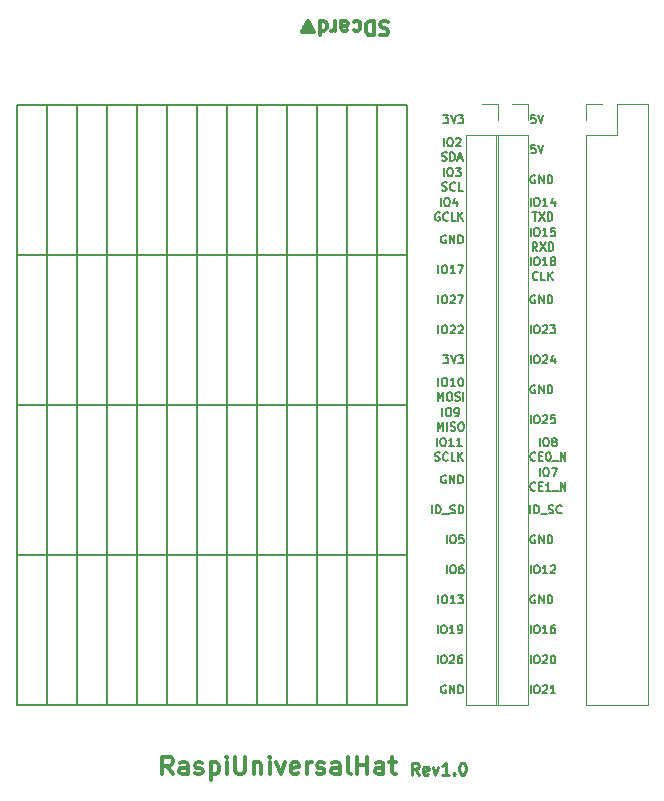
<source format=gto>
G04 #@! TF.GenerationSoftware,KiCad,Pcbnew,5.0.0-rc1-44a33f2~62~ubuntu17.10.1*
G04 #@! TF.CreationDate,2018-04-10T00:15:36+09:00*
G04 #@! TF.ProjectId,RaspiUniversalHat,5261737069556E6976657273616C4861,rev?*
G04 #@! TF.SameCoordinates,Original*
G04 #@! TF.FileFunction,Legend,Top*
G04 #@! TF.FilePolarity,Positive*
%FSLAX46Y46*%
G04 Gerber Fmt 4.6, Leading zero omitted, Abs format (unit mm)*
G04 Created by KiCad (PCBNEW 5.0.0-rc1-44a33f2~62~ubuntu17.10.1) date Tue Apr 10 00:15:36 2018*
%MOMM*%
%LPD*%
G01*
G04 APERTURE LIST*
%ADD10C,0.200000*%
%ADD11C,0.175000*%
%ADD12C,0.250000*%
%ADD13C,0.300000*%
%ADD14C,0.120000*%
G04 APERTURE END LIST*
D10*
X107442000Y-113030000D02*
X74422000Y-113030000D01*
X74422000Y-100330000D02*
X107442000Y-100330000D01*
X107442000Y-87630000D02*
X74422000Y-87630000D01*
X104902000Y-125730000D02*
X104902000Y-74930000D01*
X102362000Y-74930000D02*
X102362000Y-125730000D01*
X99822000Y-125730000D02*
X99822000Y-74930000D01*
X97282000Y-74930000D02*
X97282000Y-125730000D01*
X94742000Y-125730000D02*
X94742000Y-74930000D01*
X92202000Y-74930000D02*
X92202000Y-125730000D01*
X89662000Y-125730000D02*
X89662000Y-74930000D01*
X87122000Y-74930000D02*
X87122000Y-125730000D01*
X84582000Y-125730000D02*
X84582000Y-74930000D01*
X82042000Y-74930000D02*
X82042000Y-125730000D01*
X79502000Y-125730000D02*
X79502000Y-74930000D01*
X76962000Y-74930000D02*
X76962000Y-125730000D01*
X107442000Y-74930000D02*
X74422000Y-74930000D01*
X107442000Y-125730000D02*
X107442000Y-74930000D01*
X74422000Y-125730000D02*
X107442000Y-125730000D01*
X74422000Y-74930000D02*
X74422000Y-125730000D01*
D11*
X118275166Y-116490000D02*
X118208500Y-116456666D01*
X118108500Y-116456666D01*
X118008500Y-116490000D01*
X117941833Y-116556666D01*
X117908500Y-116623333D01*
X117875166Y-116756666D01*
X117875166Y-116856666D01*
X117908500Y-116990000D01*
X117941833Y-117056666D01*
X118008500Y-117123333D01*
X118108500Y-117156666D01*
X118175166Y-117156666D01*
X118275166Y-117123333D01*
X118308500Y-117090000D01*
X118308500Y-116856666D01*
X118175166Y-116856666D01*
X118608500Y-117156666D02*
X118608500Y-116456666D01*
X119008500Y-117156666D01*
X119008500Y-116456666D01*
X119341833Y-117156666D02*
X119341833Y-116456666D01*
X119508500Y-116456666D01*
X119608500Y-116490000D01*
X119675166Y-116556666D01*
X119708500Y-116623333D01*
X119741833Y-116756666D01*
X119741833Y-116856666D01*
X119708500Y-116990000D01*
X119675166Y-117056666D01*
X119608500Y-117123333D01*
X119508500Y-117156666D01*
X119341833Y-117156666D01*
X110718666Y-124110000D02*
X110652000Y-124076666D01*
X110552000Y-124076666D01*
X110452000Y-124110000D01*
X110385333Y-124176666D01*
X110352000Y-124243333D01*
X110318666Y-124376666D01*
X110318666Y-124476666D01*
X110352000Y-124610000D01*
X110385333Y-124676666D01*
X110452000Y-124743333D01*
X110552000Y-124776666D01*
X110618666Y-124776666D01*
X110718666Y-124743333D01*
X110752000Y-124710000D01*
X110752000Y-124476666D01*
X110618666Y-124476666D01*
X111052000Y-124776666D02*
X111052000Y-124076666D01*
X111452000Y-124776666D01*
X111452000Y-124076666D01*
X111785333Y-124776666D02*
X111785333Y-124076666D01*
X111952000Y-124076666D01*
X112052000Y-124110000D01*
X112118666Y-124176666D01*
X112152000Y-124243333D01*
X112185333Y-124376666D01*
X112185333Y-124476666D01*
X112152000Y-124610000D01*
X112118666Y-124676666D01*
X112052000Y-124743333D01*
X111952000Y-124776666D01*
X111785333Y-124776666D01*
X110091666Y-98764166D02*
X110091666Y-98064166D01*
X110558333Y-98064166D02*
X110691666Y-98064166D01*
X110758333Y-98097500D01*
X110825000Y-98164166D01*
X110858333Y-98297500D01*
X110858333Y-98530833D01*
X110825000Y-98664166D01*
X110758333Y-98730833D01*
X110691666Y-98764166D01*
X110558333Y-98764166D01*
X110491666Y-98730833D01*
X110425000Y-98664166D01*
X110391666Y-98530833D01*
X110391666Y-98297500D01*
X110425000Y-98164166D01*
X110491666Y-98097500D01*
X110558333Y-98064166D01*
X111525000Y-98764166D02*
X111125000Y-98764166D01*
X111325000Y-98764166D02*
X111325000Y-98064166D01*
X111258333Y-98164166D01*
X111191666Y-98230833D01*
X111125000Y-98264166D01*
X111958333Y-98064166D02*
X112025000Y-98064166D01*
X112091666Y-98097500D01*
X112125000Y-98130833D01*
X112158333Y-98197500D01*
X112191666Y-98330833D01*
X112191666Y-98497500D01*
X112158333Y-98630833D01*
X112125000Y-98697500D01*
X112091666Y-98730833D01*
X112025000Y-98764166D01*
X111958333Y-98764166D01*
X111891666Y-98730833D01*
X111858333Y-98697500D01*
X111825000Y-98630833D01*
X111791666Y-98497500D01*
X111791666Y-98330833D01*
X111825000Y-98197500D01*
X111858333Y-98130833D01*
X111891666Y-98097500D01*
X111958333Y-98064166D01*
X110025000Y-99989166D02*
X110025000Y-99289166D01*
X110258333Y-99789166D01*
X110491666Y-99289166D01*
X110491666Y-99989166D01*
X110958333Y-99289166D02*
X111091666Y-99289166D01*
X111158333Y-99322500D01*
X111225000Y-99389166D01*
X111258333Y-99522500D01*
X111258333Y-99755833D01*
X111225000Y-99889166D01*
X111158333Y-99955833D01*
X111091666Y-99989166D01*
X110958333Y-99989166D01*
X110891666Y-99955833D01*
X110825000Y-99889166D01*
X110791666Y-99755833D01*
X110791666Y-99522500D01*
X110825000Y-99389166D01*
X110891666Y-99322500D01*
X110958333Y-99289166D01*
X111525000Y-99955833D02*
X111625000Y-99989166D01*
X111791666Y-99989166D01*
X111858333Y-99955833D01*
X111891666Y-99922500D01*
X111925000Y-99855833D01*
X111925000Y-99789166D01*
X111891666Y-99722500D01*
X111858333Y-99689166D01*
X111791666Y-99655833D01*
X111658333Y-99622500D01*
X111591666Y-99589166D01*
X111558333Y-99555833D01*
X111525000Y-99489166D01*
X111525000Y-99422500D01*
X111558333Y-99355833D01*
X111591666Y-99322500D01*
X111658333Y-99289166D01*
X111825000Y-99289166D01*
X111925000Y-99322500D01*
X112225000Y-99989166D02*
X112225000Y-99289166D01*
X117902166Y-96836666D02*
X117902166Y-96136666D01*
X118368833Y-96136666D02*
X118502166Y-96136666D01*
X118568833Y-96170000D01*
X118635500Y-96236666D01*
X118668833Y-96370000D01*
X118668833Y-96603333D01*
X118635500Y-96736666D01*
X118568833Y-96803333D01*
X118502166Y-96836666D01*
X118368833Y-96836666D01*
X118302166Y-96803333D01*
X118235500Y-96736666D01*
X118202166Y-96603333D01*
X118202166Y-96370000D01*
X118235500Y-96236666D01*
X118302166Y-96170000D01*
X118368833Y-96136666D01*
X118935500Y-96203333D02*
X118968833Y-96170000D01*
X119035500Y-96136666D01*
X119202166Y-96136666D01*
X119268833Y-96170000D01*
X119302166Y-96203333D01*
X119335500Y-96270000D01*
X119335500Y-96336666D01*
X119302166Y-96436666D01*
X118902166Y-96836666D01*
X119335500Y-96836666D01*
X119935500Y-96370000D02*
X119935500Y-96836666D01*
X119768833Y-96103333D02*
X119602166Y-96603333D01*
X120035500Y-96603333D01*
X118275166Y-98710000D02*
X118208500Y-98676666D01*
X118108500Y-98676666D01*
X118008500Y-98710000D01*
X117941833Y-98776666D01*
X117908500Y-98843333D01*
X117875166Y-98976666D01*
X117875166Y-99076666D01*
X117908500Y-99210000D01*
X117941833Y-99276666D01*
X118008500Y-99343333D01*
X118108500Y-99376666D01*
X118175166Y-99376666D01*
X118275166Y-99343333D01*
X118308500Y-99310000D01*
X118308500Y-99076666D01*
X118175166Y-99076666D01*
X118608500Y-99376666D02*
X118608500Y-98676666D01*
X119008500Y-99376666D01*
X119008500Y-98676666D01*
X119341833Y-99376666D02*
X119341833Y-98676666D01*
X119508500Y-98676666D01*
X119608500Y-98710000D01*
X119675166Y-98776666D01*
X119708500Y-98843333D01*
X119741833Y-98976666D01*
X119741833Y-99076666D01*
X119708500Y-99210000D01*
X119675166Y-99276666D01*
X119608500Y-99343333D01*
X119508500Y-99376666D01*
X119341833Y-99376666D01*
X117902166Y-88540666D02*
X117902166Y-87840666D01*
X118368833Y-87840666D02*
X118502166Y-87840666D01*
X118568833Y-87874000D01*
X118635500Y-87940666D01*
X118668833Y-88074000D01*
X118668833Y-88307333D01*
X118635500Y-88440666D01*
X118568833Y-88507333D01*
X118502166Y-88540666D01*
X118368833Y-88540666D01*
X118302166Y-88507333D01*
X118235500Y-88440666D01*
X118202166Y-88307333D01*
X118202166Y-88074000D01*
X118235500Y-87940666D01*
X118302166Y-87874000D01*
X118368833Y-87840666D01*
X119335500Y-88540666D02*
X118935500Y-88540666D01*
X119135500Y-88540666D02*
X119135500Y-87840666D01*
X119068833Y-87940666D01*
X119002166Y-88007333D01*
X118935500Y-88040666D01*
X119735500Y-88140666D02*
X119668833Y-88107333D01*
X119635500Y-88074000D01*
X119602166Y-88007333D01*
X119602166Y-87974000D01*
X119635500Y-87907333D01*
X119668833Y-87874000D01*
X119735500Y-87840666D01*
X119868833Y-87840666D01*
X119935500Y-87874000D01*
X119968833Y-87907333D01*
X120002166Y-87974000D01*
X120002166Y-88007333D01*
X119968833Y-88074000D01*
X119935500Y-88107333D01*
X119868833Y-88140666D01*
X119735500Y-88140666D01*
X119668833Y-88174000D01*
X119635500Y-88207333D01*
X119602166Y-88274000D01*
X119602166Y-88407333D01*
X119635500Y-88474000D01*
X119668833Y-88507333D01*
X119735500Y-88540666D01*
X119868833Y-88540666D01*
X119935500Y-88507333D01*
X119968833Y-88474000D01*
X120002166Y-88407333D01*
X120002166Y-88274000D01*
X119968833Y-88207333D01*
X119935500Y-88174000D01*
X119868833Y-88140666D01*
X118518833Y-89699000D02*
X118485500Y-89732333D01*
X118385500Y-89765666D01*
X118318833Y-89765666D01*
X118218833Y-89732333D01*
X118152166Y-89665666D01*
X118118833Y-89599000D01*
X118085500Y-89465666D01*
X118085500Y-89365666D01*
X118118833Y-89232333D01*
X118152166Y-89165666D01*
X118218833Y-89099000D01*
X118318833Y-89065666D01*
X118385500Y-89065666D01*
X118485500Y-89099000D01*
X118518833Y-89132333D01*
X119152166Y-89765666D02*
X118818833Y-89765666D01*
X118818833Y-89065666D01*
X119385500Y-89765666D02*
X119385500Y-89065666D01*
X119785500Y-89765666D02*
X119485500Y-89365666D01*
X119785500Y-89065666D02*
X119385500Y-89465666D01*
X117902166Y-101916666D02*
X117902166Y-101216666D01*
X118368833Y-101216666D02*
X118502166Y-101216666D01*
X118568833Y-101250000D01*
X118635500Y-101316666D01*
X118668833Y-101450000D01*
X118668833Y-101683333D01*
X118635500Y-101816666D01*
X118568833Y-101883333D01*
X118502166Y-101916666D01*
X118368833Y-101916666D01*
X118302166Y-101883333D01*
X118235500Y-101816666D01*
X118202166Y-101683333D01*
X118202166Y-101450000D01*
X118235500Y-101316666D01*
X118302166Y-101250000D01*
X118368833Y-101216666D01*
X118935500Y-101283333D02*
X118968833Y-101250000D01*
X119035500Y-101216666D01*
X119202166Y-101216666D01*
X119268833Y-101250000D01*
X119302166Y-101283333D01*
X119335500Y-101350000D01*
X119335500Y-101416666D01*
X119302166Y-101516666D01*
X118902166Y-101916666D01*
X119335500Y-101916666D01*
X119968833Y-101216666D02*
X119635500Y-101216666D01*
X119602166Y-101550000D01*
X119635500Y-101516666D01*
X119702166Y-101483333D01*
X119868833Y-101483333D01*
X119935500Y-101516666D01*
X119968833Y-101550000D01*
X120002166Y-101616666D01*
X120002166Y-101783333D01*
X119968833Y-101850000D01*
X119935500Y-101883333D01*
X119868833Y-101916666D01*
X119702166Y-101916666D01*
X119635500Y-101883333D01*
X119602166Y-101850000D01*
X117902166Y-86064166D02*
X117902166Y-85364166D01*
X118368833Y-85364166D02*
X118502166Y-85364166D01*
X118568833Y-85397500D01*
X118635500Y-85464166D01*
X118668833Y-85597500D01*
X118668833Y-85830833D01*
X118635500Y-85964166D01*
X118568833Y-86030833D01*
X118502166Y-86064166D01*
X118368833Y-86064166D01*
X118302166Y-86030833D01*
X118235500Y-85964166D01*
X118202166Y-85830833D01*
X118202166Y-85597500D01*
X118235500Y-85464166D01*
X118302166Y-85397500D01*
X118368833Y-85364166D01*
X119335500Y-86064166D02*
X118935500Y-86064166D01*
X119135500Y-86064166D02*
X119135500Y-85364166D01*
X119068833Y-85464166D01*
X119002166Y-85530833D01*
X118935500Y-85564166D01*
X119968833Y-85364166D02*
X119635500Y-85364166D01*
X119602166Y-85697500D01*
X119635500Y-85664166D01*
X119702166Y-85630833D01*
X119868833Y-85630833D01*
X119935500Y-85664166D01*
X119968833Y-85697500D01*
X120002166Y-85764166D01*
X120002166Y-85930833D01*
X119968833Y-85997500D01*
X119935500Y-86030833D01*
X119868833Y-86064166D01*
X119702166Y-86064166D01*
X119635500Y-86030833D01*
X119602166Y-85997500D01*
X118468833Y-87289166D02*
X118235500Y-86955833D01*
X118068833Y-87289166D02*
X118068833Y-86589166D01*
X118335500Y-86589166D01*
X118402166Y-86622500D01*
X118435500Y-86655833D01*
X118468833Y-86722500D01*
X118468833Y-86822500D01*
X118435500Y-86889166D01*
X118402166Y-86922500D01*
X118335500Y-86955833D01*
X118068833Y-86955833D01*
X118702166Y-86589166D02*
X119168833Y-87289166D01*
X119168833Y-86589166D02*
X118702166Y-87289166D01*
X119435500Y-87289166D02*
X119435500Y-86589166D01*
X119602166Y-86589166D01*
X119702166Y-86622500D01*
X119768833Y-86689166D01*
X119802166Y-86755833D01*
X119835500Y-86889166D01*
X119835500Y-86989166D01*
X119802166Y-87122500D01*
X119768833Y-87189166D01*
X119702166Y-87255833D01*
X119602166Y-87289166D01*
X119435500Y-87289166D01*
X118275166Y-80930000D02*
X118208500Y-80896666D01*
X118108500Y-80896666D01*
X118008500Y-80930000D01*
X117941833Y-80996666D01*
X117908500Y-81063333D01*
X117875166Y-81196666D01*
X117875166Y-81296666D01*
X117908500Y-81430000D01*
X117941833Y-81496666D01*
X118008500Y-81563333D01*
X118108500Y-81596666D01*
X118175166Y-81596666D01*
X118275166Y-81563333D01*
X118308500Y-81530000D01*
X118308500Y-81296666D01*
X118175166Y-81296666D01*
X118608500Y-81596666D02*
X118608500Y-80896666D01*
X119008500Y-81596666D01*
X119008500Y-80896666D01*
X119341833Y-81596666D02*
X119341833Y-80896666D01*
X119508500Y-80896666D01*
X119608500Y-80930000D01*
X119675166Y-80996666D01*
X119708500Y-81063333D01*
X119741833Y-81196666D01*
X119741833Y-81296666D01*
X119708500Y-81430000D01*
X119675166Y-81496666D01*
X119608500Y-81563333D01*
X119508500Y-81596666D01*
X119341833Y-81596666D01*
X118294166Y-78356666D02*
X117960833Y-78356666D01*
X117927500Y-78690000D01*
X117960833Y-78656666D01*
X118027500Y-78623333D01*
X118194166Y-78623333D01*
X118260833Y-78656666D01*
X118294166Y-78690000D01*
X118327500Y-78756666D01*
X118327500Y-78923333D01*
X118294166Y-78990000D01*
X118260833Y-79023333D01*
X118194166Y-79056666D01*
X118027500Y-79056666D01*
X117960833Y-79023333D01*
X117927500Y-78990000D01*
X118527500Y-78356666D02*
X118760833Y-79056666D01*
X118994166Y-78356666D01*
X117889500Y-109536666D02*
X117889500Y-108836666D01*
X118222833Y-109536666D02*
X118222833Y-108836666D01*
X118389500Y-108836666D01*
X118489500Y-108870000D01*
X118556166Y-108936666D01*
X118589500Y-109003333D01*
X118622833Y-109136666D01*
X118622833Y-109236666D01*
X118589500Y-109370000D01*
X118556166Y-109436666D01*
X118489500Y-109503333D01*
X118389500Y-109536666D01*
X118222833Y-109536666D01*
X118756166Y-109603333D02*
X119289500Y-109603333D01*
X119422833Y-109503333D02*
X119522833Y-109536666D01*
X119689500Y-109536666D01*
X119756166Y-109503333D01*
X119789500Y-109470000D01*
X119822833Y-109403333D01*
X119822833Y-109336666D01*
X119789500Y-109270000D01*
X119756166Y-109236666D01*
X119689500Y-109203333D01*
X119556166Y-109170000D01*
X119489500Y-109136666D01*
X119456166Y-109103333D01*
X119422833Y-109036666D01*
X119422833Y-108970000D01*
X119456166Y-108903333D01*
X119489500Y-108870000D01*
X119556166Y-108836666D01*
X119722833Y-108836666D01*
X119822833Y-108870000D01*
X120522833Y-109470000D02*
X120489500Y-109503333D01*
X120389500Y-109536666D01*
X120322833Y-109536666D01*
X120222833Y-109503333D01*
X120156166Y-109436666D01*
X120122833Y-109370000D01*
X120089500Y-109236666D01*
X120089500Y-109136666D01*
X120122833Y-109003333D01*
X120156166Y-108936666D01*
X120222833Y-108870000D01*
X120322833Y-108836666D01*
X120389500Y-108836666D01*
X120489500Y-108870000D01*
X120522833Y-108903333D01*
X117902166Y-114616666D02*
X117902166Y-113916666D01*
X118368833Y-113916666D02*
X118502166Y-113916666D01*
X118568833Y-113950000D01*
X118635500Y-114016666D01*
X118668833Y-114150000D01*
X118668833Y-114383333D01*
X118635500Y-114516666D01*
X118568833Y-114583333D01*
X118502166Y-114616666D01*
X118368833Y-114616666D01*
X118302166Y-114583333D01*
X118235500Y-114516666D01*
X118202166Y-114383333D01*
X118202166Y-114150000D01*
X118235500Y-114016666D01*
X118302166Y-113950000D01*
X118368833Y-113916666D01*
X119335500Y-114616666D02*
X118935500Y-114616666D01*
X119135500Y-114616666D02*
X119135500Y-113916666D01*
X119068833Y-114016666D01*
X119002166Y-114083333D01*
X118935500Y-114116666D01*
X119602166Y-113983333D02*
X119635500Y-113950000D01*
X119702166Y-113916666D01*
X119868833Y-113916666D01*
X119935500Y-113950000D01*
X119968833Y-113983333D01*
X120002166Y-114050000D01*
X120002166Y-114116666D01*
X119968833Y-114216666D01*
X119568833Y-114616666D01*
X120002166Y-114616666D01*
X118680000Y-103844166D02*
X118680000Y-103144166D01*
X119146666Y-103144166D02*
X119280000Y-103144166D01*
X119346666Y-103177500D01*
X119413333Y-103244166D01*
X119446666Y-103377500D01*
X119446666Y-103610833D01*
X119413333Y-103744166D01*
X119346666Y-103810833D01*
X119280000Y-103844166D01*
X119146666Y-103844166D01*
X119080000Y-103810833D01*
X119013333Y-103744166D01*
X118980000Y-103610833D01*
X118980000Y-103377500D01*
X119013333Y-103244166D01*
X119080000Y-103177500D01*
X119146666Y-103144166D01*
X119846666Y-103444166D02*
X119780000Y-103410833D01*
X119746666Y-103377500D01*
X119713333Y-103310833D01*
X119713333Y-103277500D01*
X119746666Y-103210833D01*
X119780000Y-103177500D01*
X119846666Y-103144166D01*
X119980000Y-103144166D01*
X120046666Y-103177500D01*
X120080000Y-103210833D01*
X120113333Y-103277500D01*
X120113333Y-103310833D01*
X120080000Y-103377500D01*
X120046666Y-103410833D01*
X119980000Y-103444166D01*
X119846666Y-103444166D01*
X119780000Y-103477500D01*
X119746666Y-103510833D01*
X119713333Y-103577500D01*
X119713333Y-103710833D01*
X119746666Y-103777500D01*
X119780000Y-103810833D01*
X119846666Y-103844166D01*
X119980000Y-103844166D01*
X120046666Y-103810833D01*
X120080000Y-103777500D01*
X120113333Y-103710833D01*
X120113333Y-103577500D01*
X120080000Y-103510833D01*
X120046666Y-103477500D01*
X119980000Y-103444166D01*
X118313333Y-105002500D02*
X118280000Y-105035833D01*
X118180000Y-105069166D01*
X118113333Y-105069166D01*
X118013333Y-105035833D01*
X117946666Y-104969166D01*
X117913333Y-104902500D01*
X117880000Y-104769166D01*
X117880000Y-104669166D01*
X117913333Y-104535833D01*
X117946666Y-104469166D01*
X118013333Y-104402500D01*
X118113333Y-104369166D01*
X118180000Y-104369166D01*
X118280000Y-104402500D01*
X118313333Y-104435833D01*
X118613333Y-104702500D02*
X118846666Y-104702500D01*
X118946666Y-105069166D02*
X118613333Y-105069166D01*
X118613333Y-104369166D01*
X118946666Y-104369166D01*
X119380000Y-104369166D02*
X119446666Y-104369166D01*
X119513333Y-104402500D01*
X119546666Y-104435833D01*
X119580000Y-104502500D01*
X119613333Y-104635833D01*
X119613333Y-104802500D01*
X119580000Y-104935833D01*
X119546666Y-105002500D01*
X119513333Y-105035833D01*
X119446666Y-105069166D01*
X119380000Y-105069166D01*
X119313333Y-105035833D01*
X119280000Y-105002500D01*
X119246666Y-104935833D01*
X119213333Y-104802500D01*
X119213333Y-104635833D01*
X119246666Y-104502500D01*
X119280000Y-104435833D01*
X119313333Y-104402500D01*
X119380000Y-104369166D01*
X119746666Y-105135833D02*
X120280000Y-105135833D01*
X120446666Y-105069166D02*
X120446666Y-104369166D01*
X120846666Y-105069166D01*
X120846666Y-104369166D01*
X118275166Y-91090000D02*
X118208500Y-91056666D01*
X118108500Y-91056666D01*
X118008500Y-91090000D01*
X117941833Y-91156666D01*
X117908500Y-91223333D01*
X117875166Y-91356666D01*
X117875166Y-91456666D01*
X117908500Y-91590000D01*
X117941833Y-91656666D01*
X118008500Y-91723333D01*
X118108500Y-91756666D01*
X118175166Y-91756666D01*
X118275166Y-91723333D01*
X118308500Y-91690000D01*
X118308500Y-91456666D01*
X118175166Y-91456666D01*
X118608500Y-91756666D02*
X118608500Y-91056666D01*
X119008500Y-91756666D01*
X119008500Y-91056666D01*
X119341833Y-91756666D02*
X119341833Y-91056666D01*
X119508500Y-91056666D01*
X119608500Y-91090000D01*
X119675166Y-91156666D01*
X119708500Y-91223333D01*
X119741833Y-91356666D01*
X119741833Y-91456666D01*
X119708500Y-91590000D01*
X119675166Y-91656666D01*
X119608500Y-91723333D01*
X119508500Y-91756666D01*
X119341833Y-91756666D01*
X118275166Y-111410000D02*
X118208500Y-111376666D01*
X118108500Y-111376666D01*
X118008500Y-111410000D01*
X117941833Y-111476666D01*
X117908500Y-111543333D01*
X117875166Y-111676666D01*
X117875166Y-111776666D01*
X117908500Y-111910000D01*
X117941833Y-111976666D01*
X118008500Y-112043333D01*
X118108500Y-112076666D01*
X118175166Y-112076666D01*
X118275166Y-112043333D01*
X118308500Y-112010000D01*
X118308500Y-111776666D01*
X118175166Y-111776666D01*
X118608500Y-112076666D02*
X118608500Y-111376666D01*
X119008500Y-112076666D01*
X119008500Y-111376666D01*
X119341833Y-112076666D02*
X119341833Y-111376666D01*
X119508500Y-111376666D01*
X119608500Y-111410000D01*
X119675166Y-111476666D01*
X119708500Y-111543333D01*
X119741833Y-111676666D01*
X119741833Y-111776666D01*
X119708500Y-111910000D01*
X119675166Y-111976666D01*
X119608500Y-112043333D01*
X119508500Y-112076666D01*
X119341833Y-112076666D01*
X117902166Y-83524166D02*
X117902166Y-82824166D01*
X118368833Y-82824166D02*
X118502166Y-82824166D01*
X118568833Y-82857500D01*
X118635500Y-82924166D01*
X118668833Y-83057500D01*
X118668833Y-83290833D01*
X118635500Y-83424166D01*
X118568833Y-83490833D01*
X118502166Y-83524166D01*
X118368833Y-83524166D01*
X118302166Y-83490833D01*
X118235500Y-83424166D01*
X118202166Y-83290833D01*
X118202166Y-83057500D01*
X118235500Y-82924166D01*
X118302166Y-82857500D01*
X118368833Y-82824166D01*
X119335500Y-83524166D02*
X118935500Y-83524166D01*
X119135500Y-83524166D02*
X119135500Y-82824166D01*
X119068833Y-82924166D01*
X119002166Y-82990833D01*
X118935500Y-83024166D01*
X119935500Y-83057500D02*
X119935500Y-83524166D01*
X119768833Y-82790833D02*
X119602166Y-83290833D01*
X120035500Y-83290833D01*
X118052166Y-84049166D02*
X118452166Y-84049166D01*
X118252166Y-84749166D02*
X118252166Y-84049166D01*
X118618833Y-84049166D02*
X119085500Y-84749166D01*
X119085500Y-84049166D02*
X118618833Y-84749166D01*
X119352166Y-84749166D02*
X119352166Y-84049166D01*
X119518833Y-84049166D01*
X119618833Y-84082500D01*
X119685500Y-84149166D01*
X119718833Y-84215833D01*
X119752166Y-84349166D01*
X119752166Y-84449166D01*
X119718833Y-84582500D01*
X119685500Y-84649166D01*
X119618833Y-84715833D01*
X119518833Y-84749166D01*
X119352166Y-84749166D01*
X118294166Y-75816666D02*
X117960833Y-75816666D01*
X117927500Y-76150000D01*
X117960833Y-76116666D01*
X118027500Y-76083333D01*
X118194166Y-76083333D01*
X118260833Y-76116666D01*
X118294166Y-76150000D01*
X118327500Y-76216666D01*
X118327500Y-76383333D01*
X118294166Y-76450000D01*
X118260833Y-76483333D01*
X118194166Y-76516666D01*
X118027500Y-76516666D01*
X117960833Y-76483333D01*
X117927500Y-76450000D01*
X118527500Y-75816666D02*
X118760833Y-76516666D01*
X118994166Y-75816666D01*
X117902166Y-94296666D02*
X117902166Y-93596666D01*
X118368833Y-93596666D02*
X118502166Y-93596666D01*
X118568833Y-93630000D01*
X118635500Y-93696666D01*
X118668833Y-93830000D01*
X118668833Y-94063333D01*
X118635500Y-94196666D01*
X118568833Y-94263333D01*
X118502166Y-94296666D01*
X118368833Y-94296666D01*
X118302166Y-94263333D01*
X118235500Y-94196666D01*
X118202166Y-94063333D01*
X118202166Y-93830000D01*
X118235500Y-93696666D01*
X118302166Y-93630000D01*
X118368833Y-93596666D01*
X118935500Y-93663333D02*
X118968833Y-93630000D01*
X119035500Y-93596666D01*
X119202166Y-93596666D01*
X119268833Y-93630000D01*
X119302166Y-93663333D01*
X119335500Y-93730000D01*
X119335500Y-93796666D01*
X119302166Y-93896666D01*
X118902166Y-94296666D01*
X119335500Y-94296666D01*
X119568833Y-93596666D02*
X120002166Y-93596666D01*
X119768833Y-93863333D01*
X119868833Y-93863333D01*
X119935500Y-93896666D01*
X119968833Y-93930000D01*
X120002166Y-93996666D01*
X120002166Y-94163333D01*
X119968833Y-94230000D01*
X119935500Y-94263333D01*
X119868833Y-94296666D01*
X119668833Y-94296666D01*
X119602166Y-94263333D01*
X119568833Y-94230000D01*
X118680000Y-106384166D02*
X118680000Y-105684166D01*
X119146666Y-105684166D02*
X119280000Y-105684166D01*
X119346666Y-105717500D01*
X119413333Y-105784166D01*
X119446666Y-105917500D01*
X119446666Y-106150833D01*
X119413333Y-106284166D01*
X119346666Y-106350833D01*
X119280000Y-106384166D01*
X119146666Y-106384166D01*
X119080000Y-106350833D01*
X119013333Y-106284166D01*
X118980000Y-106150833D01*
X118980000Y-105917500D01*
X119013333Y-105784166D01*
X119080000Y-105717500D01*
X119146666Y-105684166D01*
X119680000Y-105684166D02*
X120146666Y-105684166D01*
X119846666Y-106384166D01*
X118313333Y-107542500D02*
X118280000Y-107575833D01*
X118180000Y-107609166D01*
X118113333Y-107609166D01*
X118013333Y-107575833D01*
X117946666Y-107509166D01*
X117913333Y-107442500D01*
X117880000Y-107309166D01*
X117880000Y-107209166D01*
X117913333Y-107075833D01*
X117946666Y-107009166D01*
X118013333Y-106942500D01*
X118113333Y-106909166D01*
X118180000Y-106909166D01*
X118280000Y-106942500D01*
X118313333Y-106975833D01*
X118613333Y-107242500D02*
X118846666Y-107242500D01*
X118946666Y-107609166D02*
X118613333Y-107609166D01*
X118613333Y-106909166D01*
X118946666Y-106909166D01*
X119613333Y-107609166D02*
X119213333Y-107609166D01*
X119413333Y-107609166D02*
X119413333Y-106909166D01*
X119346666Y-107009166D01*
X119280000Y-107075833D01*
X119213333Y-107109166D01*
X119746666Y-107675833D02*
X120280000Y-107675833D01*
X120446666Y-107609166D02*
X120446666Y-106909166D01*
X120846666Y-107609166D01*
X120846666Y-106909166D01*
D12*
X108418523Y-131643380D02*
X108085190Y-131167190D01*
X107847095Y-131643380D02*
X107847095Y-130643380D01*
X108228047Y-130643380D01*
X108323285Y-130691000D01*
X108370904Y-130738619D01*
X108418523Y-130833857D01*
X108418523Y-130976714D01*
X108370904Y-131071952D01*
X108323285Y-131119571D01*
X108228047Y-131167190D01*
X107847095Y-131167190D01*
X109228047Y-131595761D02*
X109132809Y-131643380D01*
X108942333Y-131643380D01*
X108847095Y-131595761D01*
X108799476Y-131500523D01*
X108799476Y-131119571D01*
X108847095Y-131024333D01*
X108942333Y-130976714D01*
X109132809Y-130976714D01*
X109228047Y-131024333D01*
X109275666Y-131119571D01*
X109275666Y-131214809D01*
X108799476Y-131310047D01*
X109609000Y-130976714D02*
X109847095Y-131643380D01*
X110085190Y-130976714D01*
X110989952Y-131643380D02*
X110418523Y-131643380D01*
X110704238Y-131643380D02*
X110704238Y-130643380D01*
X110609000Y-130786238D01*
X110513761Y-130881476D01*
X110418523Y-130929095D01*
X111418523Y-131548142D02*
X111466142Y-131595761D01*
X111418523Y-131643380D01*
X111370904Y-131595761D01*
X111418523Y-131548142D01*
X111418523Y-131643380D01*
X112085190Y-130643380D02*
X112180428Y-130643380D01*
X112275666Y-130691000D01*
X112323285Y-130738619D01*
X112370904Y-130833857D01*
X112418523Y-131024333D01*
X112418523Y-131262428D01*
X112370904Y-131452904D01*
X112323285Y-131548142D01*
X112275666Y-131595761D01*
X112180428Y-131643380D01*
X112085190Y-131643380D01*
X111989952Y-131595761D01*
X111942333Y-131548142D01*
X111894714Y-131452904D01*
X111847095Y-131262428D01*
X111847095Y-131024333D01*
X111894714Y-130833857D01*
X111942333Y-130738619D01*
X111989952Y-130691000D01*
X112085190Y-130643380D01*
D13*
X87591428Y-131615571D02*
X87091428Y-130901285D01*
X86734285Y-131615571D02*
X86734285Y-130115571D01*
X87305714Y-130115571D01*
X87448571Y-130187000D01*
X87520000Y-130258428D01*
X87591428Y-130401285D01*
X87591428Y-130615571D01*
X87520000Y-130758428D01*
X87448571Y-130829857D01*
X87305714Y-130901285D01*
X86734285Y-130901285D01*
X88877142Y-131615571D02*
X88877142Y-130829857D01*
X88805714Y-130687000D01*
X88662857Y-130615571D01*
X88377142Y-130615571D01*
X88234285Y-130687000D01*
X88877142Y-131544142D02*
X88734285Y-131615571D01*
X88377142Y-131615571D01*
X88234285Y-131544142D01*
X88162857Y-131401285D01*
X88162857Y-131258428D01*
X88234285Y-131115571D01*
X88377142Y-131044142D01*
X88734285Y-131044142D01*
X88877142Y-130972714D01*
X89520000Y-131544142D02*
X89662857Y-131615571D01*
X89948571Y-131615571D01*
X90091428Y-131544142D01*
X90162857Y-131401285D01*
X90162857Y-131329857D01*
X90091428Y-131187000D01*
X89948571Y-131115571D01*
X89734285Y-131115571D01*
X89591428Y-131044142D01*
X89520000Y-130901285D01*
X89520000Y-130829857D01*
X89591428Y-130687000D01*
X89734285Y-130615571D01*
X89948571Y-130615571D01*
X90091428Y-130687000D01*
X90805714Y-130615571D02*
X90805714Y-132115571D01*
X90805714Y-130687000D02*
X90948571Y-130615571D01*
X91234285Y-130615571D01*
X91377142Y-130687000D01*
X91448571Y-130758428D01*
X91520000Y-130901285D01*
X91520000Y-131329857D01*
X91448571Y-131472714D01*
X91377142Y-131544142D01*
X91234285Y-131615571D01*
X90948571Y-131615571D01*
X90805714Y-131544142D01*
X92162857Y-131615571D02*
X92162857Y-130615571D01*
X92162857Y-130115571D02*
X92091428Y-130187000D01*
X92162857Y-130258428D01*
X92234285Y-130187000D01*
X92162857Y-130115571D01*
X92162857Y-130258428D01*
X92877142Y-130115571D02*
X92877142Y-131329857D01*
X92948571Y-131472714D01*
X93020000Y-131544142D01*
X93162857Y-131615571D01*
X93448571Y-131615571D01*
X93591428Y-131544142D01*
X93662857Y-131472714D01*
X93734285Y-131329857D01*
X93734285Y-130115571D01*
X94448571Y-130615571D02*
X94448571Y-131615571D01*
X94448571Y-130758428D02*
X94520000Y-130687000D01*
X94662857Y-130615571D01*
X94877142Y-130615571D01*
X95020000Y-130687000D01*
X95091428Y-130829857D01*
X95091428Y-131615571D01*
X95805714Y-131615571D02*
X95805714Y-130615571D01*
X95805714Y-130115571D02*
X95734285Y-130187000D01*
X95805714Y-130258428D01*
X95877142Y-130187000D01*
X95805714Y-130115571D01*
X95805714Y-130258428D01*
X96377142Y-130615571D02*
X96734285Y-131615571D01*
X97091428Y-130615571D01*
X98234285Y-131544142D02*
X98091428Y-131615571D01*
X97805714Y-131615571D01*
X97662857Y-131544142D01*
X97591428Y-131401285D01*
X97591428Y-130829857D01*
X97662857Y-130687000D01*
X97805714Y-130615571D01*
X98091428Y-130615571D01*
X98234285Y-130687000D01*
X98305714Y-130829857D01*
X98305714Y-130972714D01*
X97591428Y-131115571D01*
X98948571Y-131615571D02*
X98948571Y-130615571D01*
X98948571Y-130901285D02*
X99020000Y-130758428D01*
X99091428Y-130687000D01*
X99234285Y-130615571D01*
X99377142Y-130615571D01*
X99805714Y-131544142D02*
X99948571Y-131615571D01*
X100234285Y-131615571D01*
X100377142Y-131544142D01*
X100448571Y-131401285D01*
X100448571Y-131329857D01*
X100377142Y-131187000D01*
X100234285Y-131115571D01*
X100020000Y-131115571D01*
X99877142Y-131044142D01*
X99805714Y-130901285D01*
X99805714Y-130829857D01*
X99877142Y-130687000D01*
X100020000Y-130615571D01*
X100234285Y-130615571D01*
X100377142Y-130687000D01*
X101734285Y-131615571D02*
X101734285Y-130829857D01*
X101662857Y-130687000D01*
X101520000Y-130615571D01*
X101234285Y-130615571D01*
X101091428Y-130687000D01*
X101734285Y-131544142D02*
X101591428Y-131615571D01*
X101234285Y-131615571D01*
X101091428Y-131544142D01*
X101020000Y-131401285D01*
X101020000Y-131258428D01*
X101091428Y-131115571D01*
X101234285Y-131044142D01*
X101591428Y-131044142D01*
X101734285Y-130972714D01*
X102662857Y-131615571D02*
X102520000Y-131544142D01*
X102448571Y-131401285D01*
X102448571Y-130115571D01*
X103234285Y-131615571D02*
X103234285Y-130115571D01*
X103234285Y-130829857D02*
X104091428Y-130829857D01*
X104091428Y-131615571D02*
X104091428Y-130115571D01*
X105448571Y-131615571D02*
X105448571Y-130829857D01*
X105377142Y-130687000D01*
X105234285Y-130615571D01*
X104948571Y-130615571D01*
X104805714Y-130687000D01*
X105448571Y-131544142D02*
X105305714Y-131615571D01*
X104948571Y-131615571D01*
X104805714Y-131544142D01*
X104734285Y-131401285D01*
X104734285Y-131258428D01*
X104805714Y-131115571D01*
X104948571Y-131044142D01*
X105305714Y-131044142D01*
X105448571Y-130972714D01*
X105948571Y-130615571D02*
X106520000Y-130615571D01*
X106162857Y-130115571D02*
X106162857Y-131401285D01*
X106234285Y-131544142D01*
X106377142Y-131615571D01*
X106520000Y-131615571D01*
X105828642Y-67903785D02*
X105657214Y-67846642D01*
X105371500Y-67846642D01*
X105257214Y-67903785D01*
X105200071Y-67960928D01*
X105142928Y-68075214D01*
X105142928Y-68189500D01*
X105200071Y-68303785D01*
X105257214Y-68360928D01*
X105371500Y-68418071D01*
X105600071Y-68475214D01*
X105714357Y-68532357D01*
X105771500Y-68589500D01*
X105828642Y-68703785D01*
X105828642Y-68818071D01*
X105771500Y-68932357D01*
X105714357Y-68989500D01*
X105600071Y-69046642D01*
X105314357Y-69046642D01*
X105142928Y-68989500D01*
X104628642Y-67846642D02*
X104628642Y-69046642D01*
X104342928Y-69046642D01*
X104171500Y-68989500D01*
X104057214Y-68875214D01*
X104000071Y-68760928D01*
X103942928Y-68532357D01*
X103942928Y-68360928D01*
X104000071Y-68132357D01*
X104057214Y-68018071D01*
X104171500Y-67903785D01*
X104342928Y-67846642D01*
X104628642Y-67846642D01*
X102914357Y-67903785D02*
X103028642Y-67846642D01*
X103257214Y-67846642D01*
X103371500Y-67903785D01*
X103428642Y-67960928D01*
X103485785Y-68075214D01*
X103485785Y-68418071D01*
X103428642Y-68532357D01*
X103371500Y-68589500D01*
X103257214Y-68646642D01*
X103028642Y-68646642D01*
X102914357Y-68589500D01*
X101885785Y-67846642D02*
X101885785Y-68475214D01*
X101942928Y-68589500D01*
X102057214Y-68646642D01*
X102285785Y-68646642D01*
X102400071Y-68589500D01*
X101885785Y-67903785D02*
X102000071Y-67846642D01*
X102285785Y-67846642D01*
X102400071Y-67903785D01*
X102457214Y-68018071D01*
X102457214Y-68132357D01*
X102400071Y-68246642D01*
X102285785Y-68303785D01*
X102000071Y-68303785D01*
X101885785Y-68360928D01*
X101314357Y-67846642D02*
X101314357Y-68646642D01*
X101314357Y-68418071D02*
X101257214Y-68532357D01*
X101200071Y-68589500D01*
X101085785Y-68646642D01*
X100971500Y-68646642D01*
X100057214Y-67846642D02*
X100057214Y-69046642D01*
X100057214Y-67903785D02*
X100171500Y-67846642D01*
X100400071Y-67846642D01*
X100514357Y-67903785D01*
X100571500Y-67960928D01*
X100628642Y-68075214D01*
X100628642Y-68418071D01*
X100571500Y-68532357D01*
X100514357Y-68589500D01*
X100400071Y-68646642D01*
X100171500Y-68646642D01*
X100057214Y-68589500D01*
X98571500Y-68703785D02*
X98571500Y-68760928D01*
X98628642Y-68589500D02*
X98628642Y-68760928D01*
X98685785Y-68475214D02*
X98685785Y-68760928D01*
X98742928Y-68360928D02*
X98742928Y-68760928D01*
X98800071Y-68303785D02*
X98800071Y-68760928D01*
X98857214Y-68189500D02*
X98857214Y-68760928D01*
X98914357Y-68075214D02*
X98914357Y-68760928D01*
X98971500Y-67960928D02*
X98971500Y-68760928D01*
X99028642Y-67846642D02*
X99028642Y-68760928D01*
X99085785Y-67960928D02*
X99085785Y-68760928D01*
X99142928Y-68075214D02*
X99142928Y-68760928D01*
X99200071Y-68189500D02*
X99200071Y-68760928D01*
X99257214Y-68303785D02*
X99257214Y-68760928D01*
X99314357Y-68360928D02*
X99314357Y-68760928D01*
X99371500Y-68475214D02*
X99371500Y-68760928D01*
X99428642Y-68589500D02*
X99428642Y-68760928D01*
X99485785Y-68760928D02*
X99028642Y-67903785D01*
X98571500Y-68760928D01*
X99485785Y-68703785D02*
X99485785Y-68760928D01*
X99028642Y-67846642D02*
X99542928Y-68760928D01*
X98514357Y-68760928D01*
X99028642Y-67846642D01*
D11*
X117902166Y-119696666D02*
X117902166Y-118996666D01*
X118368833Y-118996666D02*
X118502166Y-118996666D01*
X118568833Y-119030000D01*
X118635500Y-119096666D01*
X118668833Y-119230000D01*
X118668833Y-119463333D01*
X118635500Y-119596666D01*
X118568833Y-119663333D01*
X118502166Y-119696666D01*
X118368833Y-119696666D01*
X118302166Y-119663333D01*
X118235500Y-119596666D01*
X118202166Y-119463333D01*
X118202166Y-119230000D01*
X118235500Y-119096666D01*
X118302166Y-119030000D01*
X118368833Y-118996666D01*
X119335500Y-119696666D02*
X118935500Y-119696666D01*
X119135500Y-119696666D02*
X119135500Y-118996666D01*
X119068833Y-119096666D01*
X119002166Y-119163333D01*
X118935500Y-119196666D01*
X119935500Y-118996666D02*
X119802166Y-118996666D01*
X119735500Y-119030000D01*
X119702166Y-119063333D01*
X119635500Y-119163333D01*
X119602166Y-119296666D01*
X119602166Y-119563333D01*
X119635500Y-119630000D01*
X119668833Y-119663333D01*
X119735500Y-119696666D01*
X119868833Y-119696666D01*
X119935500Y-119663333D01*
X119968833Y-119630000D01*
X120002166Y-119563333D01*
X120002166Y-119396666D01*
X119968833Y-119330000D01*
X119935500Y-119296666D01*
X119868833Y-119263333D01*
X119735500Y-119263333D01*
X119668833Y-119296666D01*
X119635500Y-119330000D01*
X119602166Y-119396666D01*
X110028166Y-122236666D02*
X110028166Y-121536666D01*
X110494833Y-121536666D02*
X110628166Y-121536666D01*
X110694833Y-121570000D01*
X110761500Y-121636666D01*
X110794833Y-121770000D01*
X110794833Y-122003333D01*
X110761500Y-122136666D01*
X110694833Y-122203333D01*
X110628166Y-122236666D01*
X110494833Y-122236666D01*
X110428166Y-122203333D01*
X110361500Y-122136666D01*
X110328166Y-122003333D01*
X110328166Y-121770000D01*
X110361500Y-121636666D01*
X110428166Y-121570000D01*
X110494833Y-121536666D01*
X111061500Y-121603333D02*
X111094833Y-121570000D01*
X111161500Y-121536666D01*
X111328166Y-121536666D01*
X111394833Y-121570000D01*
X111428166Y-121603333D01*
X111461500Y-121670000D01*
X111461500Y-121736666D01*
X111428166Y-121836666D01*
X111028166Y-122236666D01*
X111461500Y-122236666D01*
X112061500Y-121536666D02*
X111928166Y-121536666D01*
X111861500Y-121570000D01*
X111828166Y-121603333D01*
X111761500Y-121703333D01*
X111728166Y-121836666D01*
X111728166Y-122103333D01*
X111761500Y-122170000D01*
X111794833Y-122203333D01*
X111861500Y-122236666D01*
X111994833Y-122236666D01*
X112061500Y-122203333D01*
X112094833Y-122170000D01*
X112128166Y-122103333D01*
X112128166Y-121936666D01*
X112094833Y-121870000D01*
X112061500Y-121836666D01*
X111994833Y-121803333D01*
X111861500Y-121803333D01*
X111794833Y-121836666D01*
X111761500Y-121870000D01*
X111728166Y-121936666D01*
X117902166Y-122236666D02*
X117902166Y-121536666D01*
X118368833Y-121536666D02*
X118502166Y-121536666D01*
X118568833Y-121570000D01*
X118635500Y-121636666D01*
X118668833Y-121770000D01*
X118668833Y-122003333D01*
X118635500Y-122136666D01*
X118568833Y-122203333D01*
X118502166Y-122236666D01*
X118368833Y-122236666D01*
X118302166Y-122203333D01*
X118235500Y-122136666D01*
X118202166Y-122003333D01*
X118202166Y-121770000D01*
X118235500Y-121636666D01*
X118302166Y-121570000D01*
X118368833Y-121536666D01*
X118935500Y-121603333D02*
X118968833Y-121570000D01*
X119035500Y-121536666D01*
X119202166Y-121536666D01*
X119268833Y-121570000D01*
X119302166Y-121603333D01*
X119335500Y-121670000D01*
X119335500Y-121736666D01*
X119302166Y-121836666D01*
X118902166Y-122236666D01*
X119335500Y-122236666D01*
X119768833Y-121536666D02*
X119835500Y-121536666D01*
X119902166Y-121570000D01*
X119935500Y-121603333D01*
X119968833Y-121670000D01*
X120002166Y-121803333D01*
X120002166Y-121970000D01*
X119968833Y-122103333D01*
X119935500Y-122170000D01*
X119902166Y-122203333D01*
X119835500Y-122236666D01*
X119768833Y-122236666D01*
X119702166Y-122203333D01*
X119668833Y-122170000D01*
X119635500Y-122103333D01*
X119602166Y-121970000D01*
X119602166Y-121803333D01*
X119635500Y-121670000D01*
X119668833Y-121603333D01*
X119702166Y-121570000D01*
X119768833Y-121536666D01*
X117902166Y-124776666D02*
X117902166Y-124076666D01*
X118368833Y-124076666D02*
X118502166Y-124076666D01*
X118568833Y-124110000D01*
X118635500Y-124176666D01*
X118668833Y-124310000D01*
X118668833Y-124543333D01*
X118635500Y-124676666D01*
X118568833Y-124743333D01*
X118502166Y-124776666D01*
X118368833Y-124776666D01*
X118302166Y-124743333D01*
X118235500Y-124676666D01*
X118202166Y-124543333D01*
X118202166Y-124310000D01*
X118235500Y-124176666D01*
X118302166Y-124110000D01*
X118368833Y-124076666D01*
X118935500Y-124143333D02*
X118968833Y-124110000D01*
X119035500Y-124076666D01*
X119202166Y-124076666D01*
X119268833Y-124110000D01*
X119302166Y-124143333D01*
X119335500Y-124210000D01*
X119335500Y-124276666D01*
X119302166Y-124376666D01*
X118902166Y-124776666D01*
X119335500Y-124776666D01*
X120002166Y-124776666D02*
X119602166Y-124776666D01*
X119802166Y-124776666D02*
X119802166Y-124076666D01*
X119735500Y-124176666D01*
X119668833Y-124243333D01*
X119602166Y-124276666D01*
X109964666Y-103844166D02*
X109964666Y-103144166D01*
X110431333Y-103144166D02*
X110564666Y-103144166D01*
X110631333Y-103177500D01*
X110698000Y-103244166D01*
X110731333Y-103377500D01*
X110731333Y-103610833D01*
X110698000Y-103744166D01*
X110631333Y-103810833D01*
X110564666Y-103844166D01*
X110431333Y-103844166D01*
X110364666Y-103810833D01*
X110298000Y-103744166D01*
X110264666Y-103610833D01*
X110264666Y-103377500D01*
X110298000Y-103244166D01*
X110364666Y-103177500D01*
X110431333Y-103144166D01*
X111398000Y-103844166D02*
X110998000Y-103844166D01*
X111198000Y-103844166D02*
X111198000Y-103144166D01*
X111131333Y-103244166D01*
X111064666Y-103310833D01*
X110998000Y-103344166D01*
X112064666Y-103844166D02*
X111664666Y-103844166D01*
X111864666Y-103844166D02*
X111864666Y-103144166D01*
X111798000Y-103244166D01*
X111731333Y-103310833D01*
X111664666Y-103344166D01*
X109814666Y-105035833D02*
X109914666Y-105069166D01*
X110081333Y-105069166D01*
X110148000Y-105035833D01*
X110181333Y-105002500D01*
X110214666Y-104935833D01*
X110214666Y-104869166D01*
X110181333Y-104802500D01*
X110148000Y-104769166D01*
X110081333Y-104735833D01*
X109948000Y-104702500D01*
X109881333Y-104669166D01*
X109848000Y-104635833D01*
X109814666Y-104569166D01*
X109814666Y-104502500D01*
X109848000Y-104435833D01*
X109881333Y-104402500D01*
X109948000Y-104369166D01*
X110114666Y-104369166D01*
X110214666Y-104402500D01*
X110914666Y-105002500D02*
X110881333Y-105035833D01*
X110781333Y-105069166D01*
X110714666Y-105069166D01*
X110614666Y-105035833D01*
X110548000Y-104969166D01*
X110514666Y-104902500D01*
X110481333Y-104769166D01*
X110481333Y-104669166D01*
X110514666Y-104535833D01*
X110548000Y-104469166D01*
X110614666Y-104402500D01*
X110714666Y-104369166D01*
X110781333Y-104369166D01*
X110881333Y-104402500D01*
X110914666Y-104435833D01*
X111548000Y-105069166D02*
X111214666Y-105069166D01*
X111214666Y-104369166D01*
X111781333Y-105069166D02*
X111781333Y-104369166D01*
X112181333Y-105069166D02*
X111881333Y-104669166D01*
X112181333Y-104369166D02*
X111781333Y-104769166D01*
X109571000Y-109536666D02*
X109571000Y-108836666D01*
X109904333Y-109536666D02*
X109904333Y-108836666D01*
X110071000Y-108836666D01*
X110171000Y-108870000D01*
X110237666Y-108936666D01*
X110271000Y-109003333D01*
X110304333Y-109136666D01*
X110304333Y-109236666D01*
X110271000Y-109370000D01*
X110237666Y-109436666D01*
X110171000Y-109503333D01*
X110071000Y-109536666D01*
X109904333Y-109536666D01*
X110437666Y-109603333D02*
X110971000Y-109603333D01*
X111104333Y-109503333D02*
X111204333Y-109536666D01*
X111371000Y-109536666D01*
X111437666Y-109503333D01*
X111471000Y-109470000D01*
X111504333Y-109403333D01*
X111504333Y-109336666D01*
X111471000Y-109270000D01*
X111437666Y-109236666D01*
X111371000Y-109203333D01*
X111237666Y-109170000D01*
X111171000Y-109136666D01*
X111137666Y-109103333D01*
X111104333Y-109036666D01*
X111104333Y-108970000D01*
X111137666Y-108903333D01*
X111171000Y-108870000D01*
X111237666Y-108836666D01*
X111404333Y-108836666D01*
X111504333Y-108870000D01*
X111804333Y-109536666D02*
X111804333Y-108836666D01*
X111971000Y-108836666D01*
X112071000Y-108870000D01*
X112137666Y-108936666D01*
X112171000Y-109003333D01*
X112204333Y-109136666D01*
X112204333Y-109236666D01*
X112171000Y-109370000D01*
X112137666Y-109436666D01*
X112071000Y-109503333D01*
X111971000Y-109536666D01*
X111804333Y-109536666D01*
X110512333Y-96136666D02*
X110945666Y-96136666D01*
X110712333Y-96403333D01*
X110812333Y-96403333D01*
X110879000Y-96436666D01*
X110912333Y-96470000D01*
X110945666Y-96536666D01*
X110945666Y-96703333D01*
X110912333Y-96770000D01*
X110879000Y-96803333D01*
X110812333Y-96836666D01*
X110612333Y-96836666D01*
X110545666Y-96803333D01*
X110512333Y-96770000D01*
X111145666Y-96136666D02*
X111379000Y-96836666D01*
X111612333Y-96136666D01*
X111779000Y-96136666D02*
X112212333Y-96136666D01*
X111979000Y-96403333D01*
X112079000Y-96403333D01*
X112145666Y-96436666D01*
X112179000Y-96470000D01*
X112212333Y-96536666D01*
X112212333Y-96703333D01*
X112179000Y-96770000D01*
X112145666Y-96803333D01*
X112079000Y-96836666D01*
X111879000Y-96836666D01*
X111812333Y-96803333D01*
X111779000Y-96770000D01*
X110425000Y-101304166D02*
X110425000Y-100604166D01*
X110891666Y-100604166D02*
X111025000Y-100604166D01*
X111091666Y-100637500D01*
X111158333Y-100704166D01*
X111191666Y-100837500D01*
X111191666Y-101070833D01*
X111158333Y-101204166D01*
X111091666Y-101270833D01*
X111025000Y-101304166D01*
X110891666Y-101304166D01*
X110825000Y-101270833D01*
X110758333Y-101204166D01*
X110725000Y-101070833D01*
X110725000Y-100837500D01*
X110758333Y-100704166D01*
X110825000Y-100637500D01*
X110891666Y-100604166D01*
X111525000Y-101304166D02*
X111658333Y-101304166D01*
X111725000Y-101270833D01*
X111758333Y-101237500D01*
X111825000Y-101137500D01*
X111858333Y-101004166D01*
X111858333Y-100737500D01*
X111825000Y-100670833D01*
X111791666Y-100637500D01*
X111725000Y-100604166D01*
X111591666Y-100604166D01*
X111525000Y-100637500D01*
X111491666Y-100670833D01*
X111458333Y-100737500D01*
X111458333Y-100904166D01*
X111491666Y-100970833D01*
X111525000Y-101004166D01*
X111591666Y-101037500D01*
X111725000Y-101037500D01*
X111791666Y-101004166D01*
X111825000Y-100970833D01*
X111858333Y-100904166D01*
X110025000Y-102529166D02*
X110025000Y-101829166D01*
X110258333Y-102329166D01*
X110491666Y-101829166D01*
X110491666Y-102529166D01*
X110825000Y-102529166D02*
X110825000Y-101829166D01*
X111125000Y-102495833D02*
X111225000Y-102529166D01*
X111391666Y-102529166D01*
X111458333Y-102495833D01*
X111491666Y-102462500D01*
X111525000Y-102395833D01*
X111525000Y-102329166D01*
X111491666Y-102262500D01*
X111458333Y-102229166D01*
X111391666Y-102195833D01*
X111258333Y-102162500D01*
X111191666Y-102129166D01*
X111158333Y-102095833D01*
X111125000Y-102029166D01*
X111125000Y-101962500D01*
X111158333Y-101895833D01*
X111191666Y-101862500D01*
X111258333Y-101829166D01*
X111425000Y-101829166D01*
X111525000Y-101862500D01*
X111958333Y-101829166D02*
X112091666Y-101829166D01*
X112158333Y-101862500D01*
X112225000Y-101929166D01*
X112258333Y-102062500D01*
X112258333Y-102295833D01*
X112225000Y-102429166D01*
X112158333Y-102495833D01*
X112091666Y-102529166D01*
X111958333Y-102529166D01*
X111891666Y-102495833D01*
X111825000Y-102429166D01*
X111791666Y-102295833D01*
X111791666Y-102062500D01*
X111825000Y-101929166D01*
X111891666Y-101862500D01*
X111958333Y-101829166D01*
X110806000Y-114616666D02*
X110806000Y-113916666D01*
X111272666Y-113916666D02*
X111406000Y-113916666D01*
X111472666Y-113950000D01*
X111539333Y-114016666D01*
X111572666Y-114150000D01*
X111572666Y-114383333D01*
X111539333Y-114516666D01*
X111472666Y-114583333D01*
X111406000Y-114616666D01*
X111272666Y-114616666D01*
X111206000Y-114583333D01*
X111139333Y-114516666D01*
X111106000Y-114383333D01*
X111106000Y-114150000D01*
X111139333Y-114016666D01*
X111206000Y-113950000D01*
X111272666Y-113916666D01*
X112172666Y-113916666D02*
X112039333Y-113916666D01*
X111972666Y-113950000D01*
X111939333Y-113983333D01*
X111872666Y-114083333D01*
X111839333Y-114216666D01*
X111839333Y-114483333D01*
X111872666Y-114550000D01*
X111906000Y-114583333D01*
X111972666Y-114616666D01*
X112106000Y-114616666D01*
X112172666Y-114583333D01*
X112206000Y-114550000D01*
X112239333Y-114483333D01*
X112239333Y-114316666D01*
X112206000Y-114250000D01*
X112172666Y-114216666D01*
X112106000Y-114183333D01*
X111972666Y-114183333D01*
X111906000Y-114216666D01*
X111872666Y-114250000D01*
X111839333Y-114316666D01*
X110806000Y-112076666D02*
X110806000Y-111376666D01*
X111272666Y-111376666D02*
X111406000Y-111376666D01*
X111472666Y-111410000D01*
X111539333Y-111476666D01*
X111572666Y-111610000D01*
X111572666Y-111843333D01*
X111539333Y-111976666D01*
X111472666Y-112043333D01*
X111406000Y-112076666D01*
X111272666Y-112076666D01*
X111206000Y-112043333D01*
X111139333Y-111976666D01*
X111106000Y-111843333D01*
X111106000Y-111610000D01*
X111139333Y-111476666D01*
X111206000Y-111410000D01*
X111272666Y-111376666D01*
X112206000Y-111376666D02*
X111872666Y-111376666D01*
X111839333Y-111710000D01*
X111872666Y-111676666D01*
X111939333Y-111643333D01*
X112106000Y-111643333D01*
X112172666Y-111676666D01*
X112206000Y-111710000D01*
X112239333Y-111776666D01*
X112239333Y-111943333D01*
X112206000Y-112010000D01*
X112172666Y-112043333D01*
X112106000Y-112076666D01*
X111939333Y-112076666D01*
X111872666Y-112043333D01*
X111839333Y-112010000D01*
X110718666Y-106330000D02*
X110652000Y-106296666D01*
X110552000Y-106296666D01*
X110452000Y-106330000D01*
X110385333Y-106396666D01*
X110352000Y-106463333D01*
X110318666Y-106596666D01*
X110318666Y-106696666D01*
X110352000Y-106830000D01*
X110385333Y-106896666D01*
X110452000Y-106963333D01*
X110552000Y-106996666D01*
X110618666Y-106996666D01*
X110718666Y-106963333D01*
X110752000Y-106930000D01*
X110752000Y-106696666D01*
X110618666Y-106696666D01*
X111052000Y-106996666D02*
X111052000Y-106296666D01*
X111452000Y-106996666D01*
X111452000Y-106296666D01*
X111785333Y-106996666D02*
X111785333Y-106296666D01*
X111952000Y-106296666D01*
X112052000Y-106330000D01*
X112118666Y-106396666D01*
X112152000Y-106463333D01*
X112185333Y-106596666D01*
X112185333Y-106696666D01*
X112152000Y-106830000D01*
X112118666Y-106896666D01*
X112052000Y-106963333D01*
X111952000Y-106996666D01*
X111785333Y-106996666D01*
X110091666Y-94296666D02*
X110091666Y-93596666D01*
X110558333Y-93596666D02*
X110691666Y-93596666D01*
X110758333Y-93630000D01*
X110825000Y-93696666D01*
X110858333Y-93830000D01*
X110858333Y-94063333D01*
X110825000Y-94196666D01*
X110758333Y-94263333D01*
X110691666Y-94296666D01*
X110558333Y-94296666D01*
X110491666Y-94263333D01*
X110425000Y-94196666D01*
X110391666Y-94063333D01*
X110391666Y-93830000D01*
X110425000Y-93696666D01*
X110491666Y-93630000D01*
X110558333Y-93596666D01*
X111125000Y-93663333D02*
X111158333Y-93630000D01*
X111225000Y-93596666D01*
X111391666Y-93596666D01*
X111458333Y-93630000D01*
X111491666Y-93663333D01*
X111525000Y-93730000D01*
X111525000Y-93796666D01*
X111491666Y-93896666D01*
X111091666Y-94296666D01*
X111525000Y-94296666D01*
X111791666Y-93663333D02*
X111825000Y-93630000D01*
X111891666Y-93596666D01*
X112058333Y-93596666D01*
X112125000Y-93630000D01*
X112158333Y-93663333D01*
X112191666Y-93730000D01*
X112191666Y-93796666D01*
X112158333Y-93896666D01*
X111758333Y-94296666D01*
X112191666Y-94296666D01*
X110718666Y-86010000D02*
X110652000Y-85976666D01*
X110552000Y-85976666D01*
X110452000Y-86010000D01*
X110385333Y-86076666D01*
X110352000Y-86143333D01*
X110318666Y-86276666D01*
X110318666Y-86376666D01*
X110352000Y-86510000D01*
X110385333Y-86576666D01*
X110452000Y-86643333D01*
X110552000Y-86676666D01*
X110618666Y-86676666D01*
X110718666Y-86643333D01*
X110752000Y-86610000D01*
X110752000Y-86376666D01*
X110618666Y-86376666D01*
X111052000Y-86676666D02*
X111052000Y-85976666D01*
X111452000Y-86676666D01*
X111452000Y-85976666D01*
X111785333Y-86676666D02*
X111785333Y-85976666D01*
X111952000Y-85976666D01*
X112052000Y-86010000D01*
X112118666Y-86076666D01*
X112152000Y-86143333D01*
X112185333Y-86276666D01*
X112185333Y-86376666D01*
X112152000Y-86510000D01*
X112118666Y-86576666D01*
X112052000Y-86643333D01*
X111952000Y-86676666D01*
X111785333Y-86676666D01*
X110091666Y-89216666D02*
X110091666Y-88516666D01*
X110558333Y-88516666D02*
X110691666Y-88516666D01*
X110758333Y-88550000D01*
X110825000Y-88616666D01*
X110858333Y-88750000D01*
X110858333Y-88983333D01*
X110825000Y-89116666D01*
X110758333Y-89183333D01*
X110691666Y-89216666D01*
X110558333Y-89216666D01*
X110491666Y-89183333D01*
X110425000Y-89116666D01*
X110391666Y-88983333D01*
X110391666Y-88750000D01*
X110425000Y-88616666D01*
X110491666Y-88550000D01*
X110558333Y-88516666D01*
X111525000Y-89216666D02*
X111125000Y-89216666D01*
X111325000Y-89216666D02*
X111325000Y-88516666D01*
X111258333Y-88616666D01*
X111191666Y-88683333D01*
X111125000Y-88716666D01*
X111758333Y-88516666D02*
X112225000Y-88516666D01*
X111925000Y-89216666D01*
X110091666Y-91756666D02*
X110091666Y-91056666D01*
X110558333Y-91056666D02*
X110691666Y-91056666D01*
X110758333Y-91090000D01*
X110825000Y-91156666D01*
X110858333Y-91290000D01*
X110858333Y-91523333D01*
X110825000Y-91656666D01*
X110758333Y-91723333D01*
X110691666Y-91756666D01*
X110558333Y-91756666D01*
X110491666Y-91723333D01*
X110425000Y-91656666D01*
X110391666Y-91523333D01*
X110391666Y-91290000D01*
X110425000Y-91156666D01*
X110491666Y-91090000D01*
X110558333Y-91056666D01*
X111125000Y-91123333D02*
X111158333Y-91090000D01*
X111225000Y-91056666D01*
X111391666Y-91056666D01*
X111458333Y-91090000D01*
X111491666Y-91123333D01*
X111525000Y-91190000D01*
X111525000Y-91256666D01*
X111491666Y-91356666D01*
X111091666Y-91756666D01*
X111525000Y-91756666D01*
X111758333Y-91056666D02*
X112225000Y-91056666D01*
X111925000Y-91756666D01*
X110091666Y-117156666D02*
X110091666Y-116456666D01*
X110558333Y-116456666D02*
X110691666Y-116456666D01*
X110758333Y-116490000D01*
X110825000Y-116556666D01*
X110858333Y-116690000D01*
X110858333Y-116923333D01*
X110825000Y-117056666D01*
X110758333Y-117123333D01*
X110691666Y-117156666D01*
X110558333Y-117156666D01*
X110491666Y-117123333D01*
X110425000Y-117056666D01*
X110391666Y-116923333D01*
X110391666Y-116690000D01*
X110425000Y-116556666D01*
X110491666Y-116490000D01*
X110558333Y-116456666D01*
X111525000Y-117156666D02*
X111125000Y-117156666D01*
X111325000Y-117156666D02*
X111325000Y-116456666D01*
X111258333Y-116556666D01*
X111191666Y-116623333D01*
X111125000Y-116656666D01*
X111758333Y-116456666D02*
X112191666Y-116456666D01*
X111958333Y-116723333D01*
X112058333Y-116723333D01*
X112125000Y-116756666D01*
X112158333Y-116790000D01*
X112191666Y-116856666D01*
X112191666Y-117023333D01*
X112158333Y-117090000D01*
X112125000Y-117123333D01*
X112058333Y-117156666D01*
X111858333Y-117156666D01*
X111791666Y-117123333D01*
X111758333Y-117090000D01*
X110028166Y-119696666D02*
X110028166Y-118996666D01*
X110494833Y-118996666D02*
X110628166Y-118996666D01*
X110694833Y-119030000D01*
X110761500Y-119096666D01*
X110794833Y-119230000D01*
X110794833Y-119463333D01*
X110761500Y-119596666D01*
X110694833Y-119663333D01*
X110628166Y-119696666D01*
X110494833Y-119696666D01*
X110428166Y-119663333D01*
X110361500Y-119596666D01*
X110328166Y-119463333D01*
X110328166Y-119230000D01*
X110361500Y-119096666D01*
X110428166Y-119030000D01*
X110494833Y-118996666D01*
X111461500Y-119696666D02*
X111061500Y-119696666D01*
X111261500Y-119696666D02*
X111261500Y-118996666D01*
X111194833Y-119096666D01*
X111128166Y-119163333D01*
X111061500Y-119196666D01*
X111794833Y-119696666D02*
X111928166Y-119696666D01*
X111994833Y-119663333D01*
X112028166Y-119630000D01*
X112094833Y-119530000D01*
X112128166Y-119396666D01*
X112128166Y-119130000D01*
X112094833Y-119063333D01*
X112061500Y-119030000D01*
X111994833Y-118996666D01*
X111861500Y-118996666D01*
X111794833Y-119030000D01*
X111761500Y-119063333D01*
X111728166Y-119130000D01*
X111728166Y-119296666D01*
X111761500Y-119363333D01*
X111794833Y-119396666D01*
X111861500Y-119430000D01*
X111994833Y-119430000D01*
X112061500Y-119396666D01*
X112094833Y-119363333D01*
X112128166Y-119296666D01*
X110552000Y-80984166D02*
X110552000Y-80284166D01*
X111018666Y-80284166D02*
X111152000Y-80284166D01*
X111218666Y-80317500D01*
X111285333Y-80384166D01*
X111318666Y-80517500D01*
X111318666Y-80750833D01*
X111285333Y-80884166D01*
X111218666Y-80950833D01*
X111152000Y-80984166D01*
X111018666Y-80984166D01*
X110952000Y-80950833D01*
X110885333Y-80884166D01*
X110852000Y-80750833D01*
X110852000Y-80517500D01*
X110885333Y-80384166D01*
X110952000Y-80317500D01*
X111018666Y-80284166D01*
X111552000Y-80284166D02*
X111985333Y-80284166D01*
X111752000Y-80550833D01*
X111852000Y-80550833D01*
X111918666Y-80584166D01*
X111952000Y-80617500D01*
X111985333Y-80684166D01*
X111985333Y-80850833D01*
X111952000Y-80917500D01*
X111918666Y-80950833D01*
X111852000Y-80984166D01*
X111652000Y-80984166D01*
X111585333Y-80950833D01*
X111552000Y-80917500D01*
X110418666Y-82175833D02*
X110518666Y-82209166D01*
X110685333Y-82209166D01*
X110752000Y-82175833D01*
X110785333Y-82142500D01*
X110818666Y-82075833D01*
X110818666Y-82009166D01*
X110785333Y-81942500D01*
X110752000Y-81909166D01*
X110685333Y-81875833D01*
X110552000Y-81842500D01*
X110485333Y-81809166D01*
X110452000Y-81775833D01*
X110418666Y-81709166D01*
X110418666Y-81642500D01*
X110452000Y-81575833D01*
X110485333Y-81542500D01*
X110552000Y-81509166D01*
X110718666Y-81509166D01*
X110818666Y-81542500D01*
X111518666Y-82142500D02*
X111485333Y-82175833D01*
X111385333Y-82209166D01*
X111318666Y-82209166D01*
X111218666Y-82175833D01*
X111152000Y-82109166D01*
X111118666Y-82042500D01*
X111085333Y-81909166D01*
X111085333Y-81809166D01*
X111118666Y-81675833D01*
X111152000Y-81609166D01*
X111218666Y-81542500D01*
X111318666Y-81509166D01*
X111385333Y-81509166D01*
X111485333Y-81542500D01*
X111518666Y-81575833D01*
X112152000Y-82209166D02*
X111818666Y-82209166D01*
X111818666Y-81509166D01*
X110298000Y-83524166D02*
X110298000Y-82824166D01*
X110764666Y-82824166D02*
X110898000Y-82824166D01*
X110964666Y-82857500D01*
X111031333Y-82924166D01*
X111064666Y-83057500D01*
X111064666Y-83290833D01*
X111031333Y-83424166D01*
X110964666Y-83490833D01*
X110898000Y-83524166D01*
X110764666Y-83524166D01*
X110698000Y-83490833D01*
X110631333Y-83424166D01*
X110598000Y-83290833D01*
X110598000Y-83057500D01*
X110631333Y-82924166D01*
X110698000Y-82857500D01*
X110764666Y-82824166D01*
X111664666Y-83057500D02*
X111664666Y-83524166D01*
X111498000Y-82790833D02*
X111331333Y-83290833D01*
X111764666Y-83290833D01*
X110198000Y-84082500D02*
X110131333Y-84049166D01*
X110031333Y-84049166D01*
X109931333Y-84082500D01*
X109864666Y-84149166D01*
X109831333Y-84215833D01*
X109798000Y-84349166D01*
X109798000Y-84449166D01*
X109831333Y-84582500D01*
X109864666Y-84649166D01*
X109931333Y-84715833D01*
X110031333Y-84749166D01*
X110098000Y-84749166D01*
X110198000Y-84715833D01*
X110231333Y-84682500D01*
X110231333Y-84449166D01*
X110098000Y-84449166D01*
X110931333Y-84682500D02*
X110898000Y-84715833D01*
X110798000Y-84749166D01*
X110731333Y-84749166D01*
X110631333Y-84715833D01*
X110564666Y-84649166D01*
X110531333Y-84582500D01*
X110498000Y-84449166D01*
X110498000Y-84349166D01*
X110531333Y-84215833D01*
X110564666Y-84149166D01*
X110631333Y-84082500D01*
X110731333Y-84049166D01*
X110798000Y-84049166D01*
X110898000Y-84082500D01*
X110931333Y-84115833D01*
X111564666Y-84749166D02*
X111231333Y-84749166D01*
X111231333Y-84049166D01*
X111798000Y-84749166D02*
X111798000Y-84049166D01*
X112198000Y-84749166D02*
X111898000Y-84349166D01*
X112198000Y-84049166D02*
X111798000Y-84449166D01*
X110552000Y-78444166D02*
X110552000Y-77744166D01*
X111018666Y-77744166D02*
X111152000Y-77744166D01*
X111218666Y-77777500D01*
X111285333Y-77844166D01*
X111318666Y-77977500D01*
X111318666Y-78210833D01*
X111285333Y-78344166D01*
X111218666Y-78410833D01*
X111152000Y-78444166D01*
X111018666Y-78444166D01*
X110952000Y-78410833D01*
X110885333Y-78344166D01*
X110852000Y-78210833D01*
X110852000Y-77977500D01*
X110885333Y-77844166D01*
X110952000Y-77777500D01*
X111018666Y-77744166D01*
X111585333Y-77810833D02*
X111618666Y-77777500D01*
X111685333Y-77744166D01*
X111852000Y-77744166D01*
X111918666Y-77777500D01*
X111952000Y-77810833D01*
X111985333Y-77877500D01*
X111985333Y-77944166D01*
X111952000Y-78044166D01*
X111552000Y-78444166D01*
X111985333Y-78444166D01*
X110402000Y-79635833D02*
X110502000Y-79669166D01*
X110668666Y-79669166D01*
X110735333Y-79635833D01*
X110768666Y-79602500D01*
X110802000Y-79535833D01*
X110802000Y-79469166D01*
X110768666Y-79402500D01*
X110735333Y-79369166D01*
X110668666Y-79335833D01*
X110535333Y-79302500D01*
X110468666Y-79269166D01*
X110435333Y-79235833D01*
X110402000Y-79169166D01*
X110402000Y-79102500D01*
X110435333Y-79035833D01*
X110468666Y-79002500D01*
X110535333Y-78969166D01*
X110702000Y-78969166D01*
X110802000Y-79002500D01*
X111102000Y-79669166D02*
X111102000Y-78969166D01*
X111268666Y-78969166D01*
X111368666Y-79002500D01*
X111435333Y-79069166D01*
X111468666Y-79135833D01*
X111502000Y-79269166D01*
X111502000Y-79369166D01*
X111468666Y-79502500D01*
X111435333Y-79569166D01*
X111368666Y-79635833D01*
X111268666Y-79669166D01*
X111102000Y-79669166D01*
X111768666Y-79469166D02*
X112102000Y-79469166D01*
X111702000Y-79669166D02*
X111935333Y-78969166D01*
X112168666Y-79669166D01*
X110512333Y-75816666D02*
X110945666Y-75816666D01*
X110712333Y-76083333D01*
X110812333Y-76083333D01*
X110879000Y-76116666D01*
X110912333Y-76150000D01*
X110945666Y-76216666D01*
X110945666Y-76383333D01*
X110912333Y-76450000D01*
X110879000Y-76483333D01*
X110812333Y-76516666D01*
X110612333Y-76516666D01*
X110545666Y-76483333D01*
X110512333Y-76450000D01*
X111145666Y-75816666D02*
X111379000Y-76516666D01*
X111612333Y-75816666D01*
X111779000Y-75816666D02*
X112212333Y-75816666D01*
X111979000Y-76083333D01*
X112079000Y-76083333D01*
X112145666Y-76116666D01*
X112179000Y-76150000D01*
X112212333Y-76216666D01*
X112212333Y-76383333D01*
X112179000Y-76450000D01*
X112145666Y-76483333D01*
X112079000Y-76516666D01*
X111879000Y-76516666D01*
X111812333Y-76483333D01*
X111779000Y-76450000D01*
D14*
X122622000Y-125790000D02*
X127822000Y-125790000D01*
X122622000Y-77470000D02*
X122622000Y-125790000D01*
X127822000Y-74870000D02*
X127822000Y-125790000D01*
X122622000Y-77470000D02*
X125222000Y-77470000D01*
X125222000Y-77470000D02*
X125222000Y-74870000D01*
X125222000Y-74870000D02*
X127822000Y-74870000D01*
X122622000Y-76200000D02*
X122622000Y-74870000D01*
X122622000Y-74870000D02*
X123952000Y-74870000D01*
X112462000Y-77470000D02*
X115122000Y-77470000D01*
X112462000Y-77470000D02*
X112462000Y-125790000D01*
X112462000Y-125790000D02*
X115122000Y-125790000D01*
X115122000Y-77470000D02*
X115122000Y-125790000D01*
X115122000Y-74870000D02*
X115122000Y-76200000D01*
X113792000Y-74870000D02*
X115122000Y-74870000D01*
X116332000Y-74870000D02*
X117662000Y-74870000D01*
X117662000Y-74870000D02*
X117662000Y-76200000D01*
X117662000Y-77470000D02*
X117662000Y-125790000D01*
X115002000Y-125790000D02*
X117662000Y-125790000D01*
X115002000Y-77470000D02*
X115002000Y-125790000D01*
X115002000Y-77470000D02*
X117662000Y-77470000D01*
M02*

</source>
